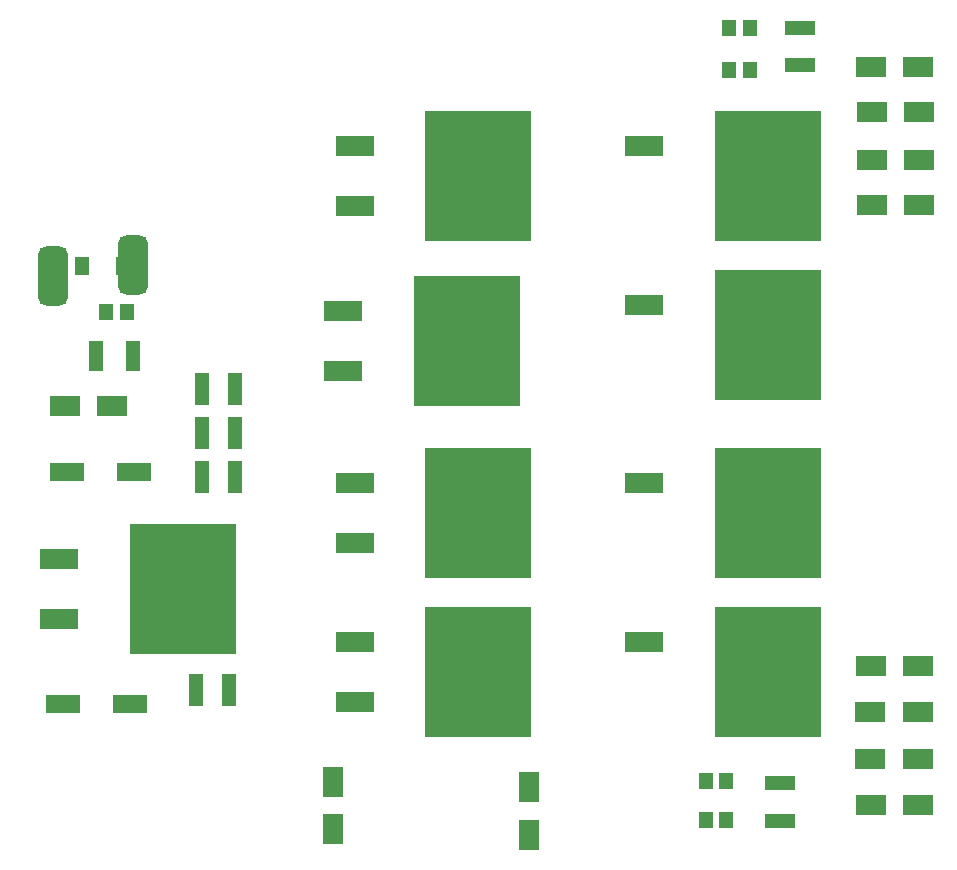
<source format=gtp>
G04*
G04 #@! TF.GenerationSoftware,Altium Limited,Altium Designer,22.6.1 (34)*
G04*
G04 Layer_Color=4660084*
%FSLAX44Y44*%
%MOMM*%
G71*
G04*
G04 #@! TF.SameCoordinates,44C52635-D950-46A4-BE53-1BE2AF9ACA8F*
G04*
G04*
G04 #@! TF.FilePolarity,Positive*
G04*
G01*
G75*
%ADD16R,1.1500X1.3500*%
%ADD17R,3.3000X1.7000*%
%ADD18R,9.0000X11.0000*%
G04:AMPARAMS|DCode=19|XSize=2.5mm|YSize=5mm|CornerRadius=0.625mm|HoleSize=0mm|Usage=FLASHONLY|Rotation=0.000|XOffset=0mm|YOffset=0mm|HoleType=Round|Shape=RoundedRectangle|*
%AMROUNDEDRECTD19*
21,1,2.5000,3.7500,0,0,0.0*
21,1,1.2500,5.0000,0,0,0.0*
1,1,1.2500,0.6250,-1.8750*
1,1,1.2500,-0.6250,-1.8750*
1,1,1.2500,-0.6250,1.8750*
1,1,1.2500,0.6250,1.8750*
%
%ADD19ROUNDEDRECTD19*%
%ADD20R,1.3000X2.7000*%
%ADD21R,3.0000X1.6000*%
%ADD22R,2.5000X1.7000*%
%ADD23R,2.5000X1.1500*%
%ADD24R,1.2500X1.6500*%
%ADD25R,1.1500X2.5000*%
%ADD26R,1.7000X2.5000*%
D16*
X1242500Y1075000D02*
D03*
X1260000D02*
D03*
X1242500Y1040000D02*
D03*
X1260000D02*
D03*
X732500Y835000D02*
D03*
X715000D02*
D03*
X1240000Y405000D02*
D03*
X1222500D02*
D03*
X1240000Y437500D02*
D03*
X1222500D02*
D03*
D17*
X675282Y574600D02*
D03*
Y625400D02*
D03*
X1170282Y555400D02*
D03*
X925282Y639600D02*
D03*
Y690400D02*
D03*
X1170282D02*
D03*
Y975400D02*
D03*
X925282Y555400D02*
D03*
Y504600D02*
D03*
X915282Y835400D02*
D03*
Y784600D02*
D03*
X1170282Y840400D02*
D03*
X925282Y975400D02*
D03*
Y924600D02*
D03*
D18*
X780000Y600000D02*
D03*
X1275000Y530000D02*
D03*
X1030000Y665000D02*
D03*
X1275000D02*
D03*
Y950000D02*
D03*
X1030000Y530000D02*
D03*
X1020000Y810000D02*
D03*
X1275000Y815000D02*
D03*
X1030000Y950000D02*
D03*
D19*
X737500Y875000D02*
D03*
X670000Y865000D02*
D03*
D20*
X796000Y695000D02*
D03*
X824000D02*
D03*
X791000Y515000D02*
D03*
X819000D02*
D03*
X824000Y732500D02*
D03*
X796000D02*
D03*
X824000Y770000D02*
D03*
X796000D02*
D03*
D21*
X738250Y699250D02*
D03*
X681250D02*
D03*
X678000Y503000D02*
D03*
X735000D02*
D03*
D22*
X1403250Y925167D02*
D03*
X1363250D02*
D03*
X1363250Y963500D02*
D03*
X1403250D02*
D03*
X1363250Y1004000D02*
D03*
X1403250D02*
D03*
X1362500Y1042500D02*
D03*
X1402500D02*
D03*
X1361830Y495833D02*
D03*
X1401830D02*
D03*
X1362500Y417500D02*
D03*
X1402500D02*
D03*
X1401830Y456667D02*
D03*
X1361830D02*
D03*
X1362500Y535000D02*
D03*
X1402500D02*
D03*
X720000Y755000D02*
D03*
X680000D02*
D03*
D23*
X1285000Y435750D02*
D03*
Y404250D02*
D03*
X1302500Y1075750D02*
D03*
Y1044250D02*
D03*
D24*
X729250Y874000D02*
D03*
X694750D02*
D03*
D25*
X737500Y797250D02*
D03*
X706000D02*
D03*
D26*
X1072500Y392500D02*
D03*
Y432500D02*
D03*
X907250Y397250D02*
D03*
Y437250D02*
D03*
M02*

</source>
